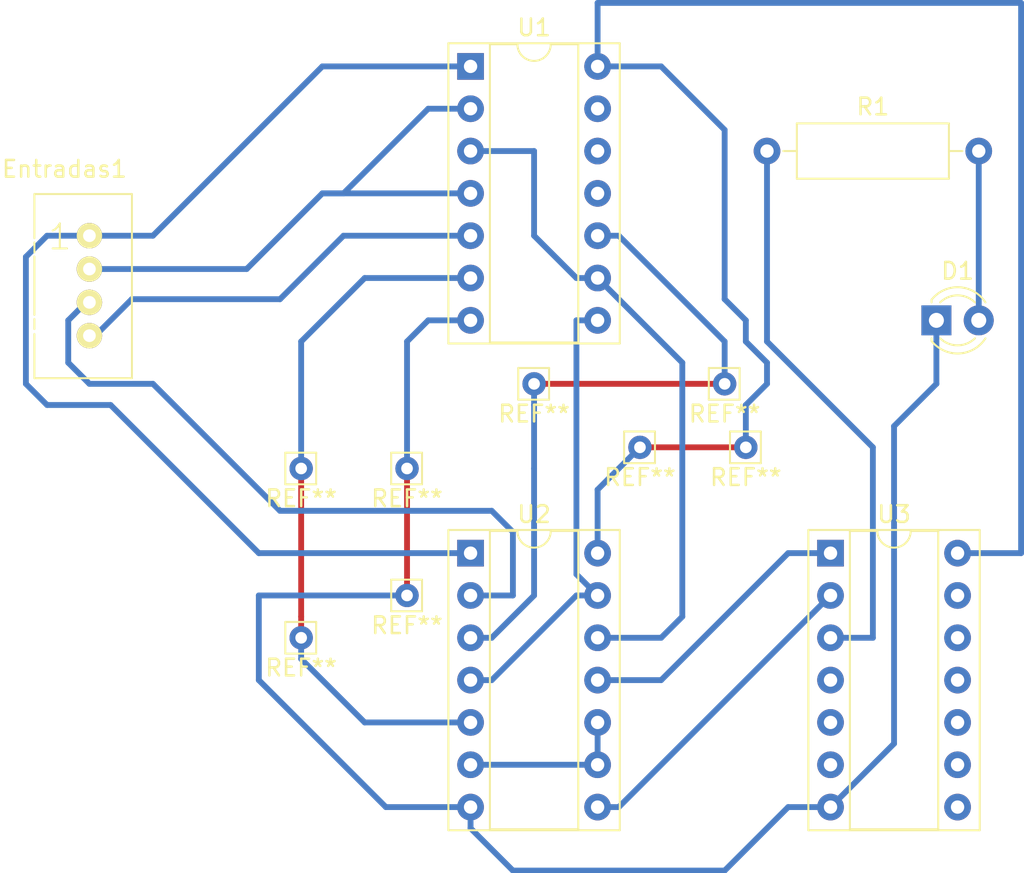
<source format=kicad_pcb>
(kicad_pcb (version 4) (host pcbnew 4.0.7)

  (general
    (links 23)
    (no_connects 4)
    (area 116.481904 105.034999 178.175002 157.855002)
    (thickness 1.6)
    (drawings 0)
    (tracks 107)
    (zones 0)
    (modules 14)
    (nets 16)
  )

  (page A4)
  (layers
    (0 F.Cu signal)
    (31 B.Cu signal)
    (32 B.Adhes user)
    (33 F.Adhes user)
    (34 B.Paste user)
    (35 F.Paste user)
    (36 B.SilkS user)
    (37 F.SilkS user)
    (38 B.Mask user)
    (39 F.Mask user)
    (40 Dwgs.User user)
    (41 Cmts.User user)
    (42 Eco1.User user)
    (43 Eco2.User user)
    (44 Edge.Cuts user)
    (45 Margin user)
    (46 B.CrtYd user)
    (47 F.CrtYd user)
    (48 B.Fab user)
    (49 F.Fab user)
  )

  (setup
    (last_trace_width 0.35)
    (trace_clearance 0.2)
    (zone_clearance 0.508)
    (zone_45_only no)
    (trace_min 0.2)
    (segment_width 0.2)
    (edge_width 0.1)
    (via_size 1)
    (via_drill 0.4)
    (via_min_size 0.4)
    (via_min_drill 0.3)
    (uvia_size 0.3)
    (uvia_drill 0.1)
    (uvias_allowed no)
    (uvia_min_size 0.2)
    (uvia_min_drill 0.1)
    (pcb_text_width 0.3)
    (pcb_text_size 1.5 1.5)
    (mod_edge_width 0.15)
    (mod_text_size 1 1)
    (mod_text_width 0.15)
    (pad_size 1.5 1.5)
    (pad_drill 0.6)
    (pad_to_mask_clearance 0)
    (aux_axis_origin 0 0)
    (visible_elements FFFFFF7F)
    (pcbplotparams
      (layerselection 0x00030_80000001)
      (usegerberextensions false)
      (excludeedgelayer true)
      (linewidth 0.100000)
      (plotframeref false)
      (viasonmask false)
      (mode 1)
      (useauxorigin false)
      (hpglpennumber 1)
      (hpglpenspeed 20)
      (hpglpendiameter 15)
      (hpglpenoverlay 2)
      (psnegative false)
      (psa4output false)
      (plotreference true)
      (plotvalue true)
      (plotinvisibletext false)
      (padsonsilk false)
      (subtractmaskfromsilk false)
      (outputformat 1)
      (mirror false)
      (drillshape 1)
      (scaleselection 1)
      (outputdirectory ""))
  )

  (net 0 "")
  (net 1 GND)
  (net 2 "Net-(D1-Pad2)")
  (net 3 "Net-(Entradas1-Pad1)")
  (net 4 "Net-(Entradas1-Pad2)")
  (net 5 "Net-(Entradas1-Pad3)")
  (net 6 "Net-(Entradas1-Pad4)")
  (net 7 "Net-(R1-Pad1)")
  (net 8 "Net-(U1-Pad8)")
  (net 9 "Net-(U1-Pad3)")
  (net 10 "Net-(U1-Pad10)")
  (net 11 "Net-(U1-Pad6)")
  (net 12 VCC)
  (net 13 "Net-(U2-Pad8)")
  (net 14 "Net-(U2-Pad10)")
  (net 15 "Net-(U2-Pad11)")

  (net_class Default "This is the default net class."
    (clearance 0.2)
    (trace_width 0.35)
    (via_dia 1)
    (via_drill 0.4)
    (uvia_dia 0.3)
    (uvia_drill 0.1)
    (add_net GND)
    (add_net "Net-(D1-Pad2)")
    (add_net "Net-(Entradas1-Pad1)")
    (add_net "Net-(Entradas1-Pad2)")
    (add_net "Net-(Entradas1-Pad3)")
    (add_net "Net-(Entradas1-Pad4)")
    (add_net "Net-(R1-Pad1)")
    (add_net "Net-(U1-Pad10)")
    (add_net "Net-(U1-Pad3)")
    (add_net "Net-(U1-Pad6)")
    (add_net "Net-(U1-Pad8)")
    (add_net "Net-(U2-Pad10)")
    (add_net "Net-(U2-Pad11)")
    (add_net "Net-(U2-Pad8)")
    (add_net VCC)
  )

  (module LEDs:LED_D3.0mm (layer F.Cu) (tedit 587A3A7B) (tstamp 5B132393)
    (at 172.72 124.46)
    (descr "LED, diameter 3.0mm, 2 pins")
    (tags "LED diameter 3.0mm 2 pins")
    (path /5B0DF2B7)
    (fp_text reference D1 (at 1.27 -2.96) (layer F.SilkS)
      (effects (font (size 1 1) (thickness 0.15)))
    )
    (fp_text value LED (at 1.27 2.96) (layer F.Fab)
      (effects (font (size 1 1) (thickness 0.15)))
    )
    (fp_arc (start 1.27 0) (end -0.23 -1.16619) (angle 284.3) (layer F.Fab) (width 0.1))
    (fp_arc (start 1.27 0) (end -0.29 -1.235516) (angle 108.8) (layer F.SilkS) (width 0.12))
    (fp_arc (start 1.27 0) (end -0.29 1.235516) (angle -108.8) (layer F.SilkS) (width 0.12))
    (fp_arc (start 1.27 0) (end 0.229039 -1.08) (angle 87.9) (layer F.SilkS) (width 0.12))
    (fp_arc (start 1.27 0) (end 0.229039 1.08) (angle -87.9) (layer F.SilkS) (width 0.12))
    (fp_circle (center 1.27 0) (end 2.77 0) (layer F.Fab) (width 0.1))
    (fp_line (start -0.23 -1.16619) (end -0.23 1.16619) (layer F.Fab) (width 0.1))
    (fp_line (start -0.29 -1.236) (end -0.29 -1.08) (layer F.SilkS) (width 0.12))
    (fp_line (start -0.29 1.08) (end -0.29 1.236) (layer F.SilkS) (width 0.12))
    (fp_line (start -1.15 -2.25) (end -1.15 2.25) (layer F.CrtYd) (width 0.05))
    (fp_line (start -1.15 2.25) (end 3.7 2.25) (layer F.CrtYd) (width 0.05))
    (fp_line (start 3.7 2.25) (end 3.7 -2.25) (layer F.CrtYd) (width 0.05))
    (fp_line (start 3.7 -2.25) (end -1.15 -2.25) (layer F.CrtYd) (width 0.05))
    (pad 1 thru_hole rect (at 0 0) (size 1.8 1.8) (drill 0.9) (layers *.Cu *.Mask)
      (net 1 GND))
    (pad 2 thru_hole circle (at 2.54 0) (size 1.8 1.8) (drill 0.9) (layers *.Cu *.Mask)
      (net 2 "Net-(D1-Pad2)"))
    (model ${KISYS3DMOD}/LEDs.3dshapes/LED_D3.0mm.wrl
      (at (xyz 0 0 0))
      (scale (xyz 0.393701 0.393701 0.393701))
      (rotate (xyz 0 0 0))
    )
  )

  (module Connectors:Grove_1x04 (layer F.Cu) (tedit 587F9C9D) (tstamp 5B1323AC)
    (at 121.92 119.38)
    (descr https://statics3.seeedstudio.com/images/opl/datasheet/3470130P1.pdf)
    (tags Grove-1x04)
    (path /5B0DF1AF)
    (fp_text reference Entradas1 (at -1.5 -4) (layer F.SilkS)
      (effects (font (size 1 1) (thickness 0.15)))
    )
    (fp_text value Conn_01x04 (at 4.19 2.83 90) (layer F.Fab)
      (effects (font (size 1 1) (thickness 0.15)))
    )
    (fp_line (start -3.45 -2.65) (end -3.45 8.7) (layer F.CrtYd) (width 0.05))
    (fp_line (start -3.45 8.7) (end 2.7 8.7) (layer F.CrtYd) (width 0.05))
    (fp_line (start 2.7 8.7) (end 2.7 -2.65) (layer F.CrtYd) (width 0.05))
    (fp_line (start -3.45 -2.65) (end 2.7 -2.65) (layer F.CrtYd) (width 0.05))
    (fp_line (start -3.3 5) (end -3.3 5.6) (layer F.SilkS) (width 0.12))
    (fp_line (start -3.3 0.4) (end -3.3 1) (layer F.SilkS) (width 0.12))
    (fp_line (start 2.55 -2.5) (end 2.55 8.55) (layer F.SilkS) (width 0.12))
    (fp_line (start -3.3 -2.5) (end 2.55 -2.5) (layer F.SilkS) (width 0.12))
    (fp_line (start -3.3 1.25) (end -3.3 4.75) (layer F.SilkS) (width 0.12))
    (fp_line (start -3.3 8.55) (end 2.55 8.55) (layer F.SilkS) (width 0.12))
    (fp_line (start -3.3 -2.5) (end -3.3 0.15) (layer F.SilkS) (width 0.12))
    (fp_line (start -3.3 5.9) (end -3.3 8.55) (layer F.SilkS) (width 0.12))
    (fp_line (start -2.9 -2.1) (end 2.2 -2.1) (layer F.Fab) (width 0.1))
    (fp_line (start 2.2 -2.1) (end 2.2 8.1) (layer F.Fab) (width 0.1))
    (fp_line (start 2.2 8.1) (end -2.9 8.1) (layer F.Fab) (width 0.1))
    (fp_line (start -2.9 8.1) (end -2.9 -2.1) (layer F.Fab) (width 0.1))
    (fp_text user 1 (at -1.775 0.075) (layer F.SilkS)
      (effects (font (size 1.5 1.5) (thickness 0.12)))
    )
    (pad 1 thru_hole circle (at 0 0) (size 1.524 1.524) (drill 0.762) (layers *.Cu *.Mask F.SilkS)
      (net 3 "Net-(Entradas1-Pad1)"))
    (pad 2 thru_hole circle (at 0 2) (size 1.524 1.524) (drill 0.762) (layers *.Cu *.Mask F.SilkS)
      (net 4 "Net-(Entradas1-Pad2)"))
    (pad 3 thru_hole circle (at 0 4) (size 1.524 1.524) (drill 0.762) (layers *.Cu *.Mask F.SilkS)
      (net 5 "Net-(Entradas1-Pad3)"))
    (pad 4 thru_hole circle (at 0 6) (size 1.524 1.524) (drill 0.762) (layers *.Cu *.Mask F.SilkS)
      (net 6 "Net-(Entradas1-Pad4)"))
    (model ${KISYS3DMOD}/Connectors.3dshapes/Grove_1x04.wrl
      (at (xyz 0 0 0))
      (scale (xyz 0.3937 0.3937 0.3937))
      (rotate (xyz 0 0 -90))
    )
  )

  (module Resistors_THT:R_Axial_DIN0309_L9.0mm_D3.2mm_P12.70mm_Horizontal (layer F.Cu) (tedit 5874F706) (tstamp 5B1323C2)
    (at 162.56 114.3)
    (descr "Resistor, Axial_DIN0309 series, Axial, Horizontal, pin pitch=12.7mm, 0.5W = 1/2W, length*diameter=9*3.2mm^2, http://cdn-reichelt.de/documents/datenblatt/B400/1_4W%23YAG.pdf")
    (tags "Resistor Axial_DIN0309 series Axial Horizontal pin pitch 12.7mm 0.5W = 1/2W length 9mm diameter 3.2mm")
    (path /5B0DF334)
    (fp_text reference R1 (at 6.35 -2.66) (layer F.SilkS)
      (effects (font (size 1 1) (thickness 0.15)))
    )
    (fp_text value R (at 6.35 2.66) (layer F.Fab)
      (effects (font (size 1 1) (thickness 0.15)))
    )
    (fp_line (start 1.85 -1.6) (end 1.85 1.6) (layer F.Fab) (width 0.1))
    (fp_line (start 1.85 1.6) (end 10.85 1.6) (layer F.Fab) (width 0.1))
    (fp_line (start 10.85 1.6) (end 10.85 -1.6) (layer F.Fab) (width 0.1))
    (fp_line (start 10.85 -1.6) (end 1.85 -1.6) (layer F.Fab) (width 0.1))
    (fp_line (start 0 0) (end 1.85 0) (layer F.Fab) (width 0.1))
    (fp_line (start 12.7 0) (end 10.85 0) (layer F.Fab) (width 0.1))
    (fp_line (start 1.79 -1.66) (end 1.79 1.66) (layer F.SilkS) (width 0.12))
    (fp_line (start 1.79 1.66) (end 10.91 1.66) (layer F.SilkS) (width 0.12))
    (fp_line (start 10.91 1.66) (end 10.91 -1.66) (layer F.SilkS) (width 0.12))
    (fp_line (start 10.91 -1.66) (end 1.79 -1.66) (layer F.SilkS) (width 0.12))
    (fp_line (start 0.98 0) (end 1.79 0) (layer F.SilkS) (width 0.12))
    (fp_line (start 11.72 0) (end 10.91 0) (layer F.SilkS) (width 0.12))
    (fp_line (start -1.05 -1.95) (end -1.05 1.95) (layer F.CrtYd) (width 0.05))
    (fp_line (start -1.05 1.95) (end 13.75 1.95) (layer F.CrtYd) (width 0.05))
    (fp_line (start 13.75 1.95) (end 13.75 -1.95) (layer F.CrtYd) (width 0.05))
    (fp_line (start 13.75 -1.95) (end -1.05 -1.95) (layer F.CrtYd) (width 0.05))
    (pad 1 thru_hole circle (at 0 0) (size 1.6 1.6) (drill 0.8) (layers *.Cu *.Mask)
      (net 7 "Net-(R1-Pad1)"))
    (pad 2 thru_hole oval (at 12.7 0) (size 1.6 1.6) (drill 0.8) (layers *.Cu *.Mask)
      (net 2 "Net-(D1-Pad2)"))
    (model ${KISYS3DMOD}/Resistors_THT.3dshapes/R_Axial_DIN0309_L9.0mm_D3.2mm_P12.70mm_Horizontal.wrl
      (at (xyz 0 0 0))
      (scale (xyz 0.393701 0.393701 0.393701))
      (rotate (xyz 0 0 0))
    )
  )

  (module Housings_DIP:DIP-14_W7.62mm_Socket (layer F.Cu) (tedit 59C78D6B) (tstamp 5B1323EC)
    (at 144.78 109.22)
    (descr "14-lead though-hole mounted DIP package, row spacing 7.62 mm (300 mils), Socket")
    (tags "THT DIP DIL PDIP 2.54mm 7.62mm 300mil Socket")
    (path /5B0DB788)
    (fp_text reference U1 (at 3.81 -2.33) (layer F.SilkS)
      (effects (font (size 1 1) (thickness 0.15)))
    )
    (fp_text value 74LS32 (at 3.81 17.57) (layer F.Fab)
      (effects (font (size 1 1) (thickness 0.15)))
    )
    (fp_arc (start 3.81 -1.33) (end 2.81 -1.33) (angle -180) (layer F.SilkS) (width 0.12))
    (fp_line (start 1.635 -1.27) (end 6.985 -1.27) (layer F.Fab) (width 0.1))
    (fp_line (start 6.985 -1.27) (end 6.985 16.51) (layer F.Fab) (width 0.1))
    (fp_line (start 6.985 16.51) (end 0.635 16.51) (layer F.Fab) (width 0.1))
    (fp_line (start 0.635 16.51) (end 0.635 -0.27) (layer F.Fab) (width 0.1))
    (fp_line (start 0.635 -0.27) (end 1.635 -1.27) (layer F.Fab) (width 0.1))
    (fp_line (start -1.27 -1.33) (end -1.27 16.57) (layer F.Fab) (width 0.1))
    (fp_line (start -1.27 16.57) (end 8.89 16.57) (layer F.Fab) (width 0.1))
    (fp_line (start 8.89 16.57) (end 8.89 -1.33) (layer F.Fab) (width 0.1))
    (fp_line (start 8.89 -1.33) (end -1.27 -1.33) (layer F.Fab) (width 0.1))
    (fp_line (start 2.81 -1.33) (end 1.16 -1.33) (layer F.SilkS) (width 0.12))
    (fp_line (start 1.16 -1.33) (end 1.16 16.57) (layer F.SilkS) (width 0.12))
    (fp_line (start 1.16 16.57) (end 6.46 16.57) (layer F.SilkS) (width 0.12))
    (fp_line (start 6.46 16.57) (end 6.46 -1.33) (layer F.SilkS) (width 0.12))
    (fp_line (start 6.46 -1.33) (end 4.81 -1.33) (layer F.SilkS) (width 0.12))
    (fp_line (start -1.33 -1.39) (end -1.33 16.63) (layer F.SilkS) (width 0.12))
    (fp_line (start -1.33 16.63) (end 8.95 16.63) (layer F.SilkS) (width 0.12))
    (fp_line (start 8.95 16.63) (end 8.95 -1.39) (layer F.SilkS) (width 0.12))
    (fp_line (start 8.95 -1.39) (end -1.33 -1.39) (layer F.SilkS) (width 0.12))
    (fp_line (start -1.55 -1.6) (end -1.55 16.85) (layer F.CrtYd) (width 0.05))
    (fp_line (start -1.55 16.85) (end 9.15 16.85) (layer F.CrtYd) (width 0.05))
    (fp_line (start 9.15 16.85) (end 9.15 -1.6) (layer F.CrtYd) (width 0.05))
    (fp_line (start 9.15 -1.6) (end -1.55 -1.6) (layer F.CrtYd) (width 0.05))
    (fp_text user %R (at 3.81 7.62) (layer F.Fab)
      (effects (font (size 1 1) (thickness 0.15)))
    )
    (pad 1 thru_hole rect (at 0 0) (size 1.6 1.6) (drill 0.8) (layers *.Cu *.Mask)
      (net 3 "Net-(Entradas1-Pad1)"))
    (pad 8 thru_hole oval (at 7.62 15.24) (size 1.6 1.6) (drill 0.8) (layers *.Cu *.Mask)
      (net 8 "Net-(U1-Pad8)"))
    (pad 2 thru_hole oval (at 0 2.54) (size 1.6 1.6) (drill 0.8) (layers *.Cu *.Mask)
      (net 4 "Net-(Entradas1-Pad2)"))
    (pad 9 thru_hole oval (at 7.62 12.7) (size 1.6 1.6) (drill 0.8) (layers *.Cu *.Mask)
      (net 9 "Net-(U1-Pad3)"))
    (pad 3 thru_hole oval (at 0 5.08) (size 1.6 1.6) (drill 0.8) (layers *.Cu *.Mask)
      (net 9 "Net-(U1-Pad3)"))
    (pad 10 thru_hole oval (at 7.62 10.16) (size 1.6 1.6) (drill 0.8) (layers *.Cu *.Mask)
      (net 10 "Net-(U1-Pad10)"))
    (pad 4 thru_hole oval (at 0 7.62) (size 1.6 1.6) (drill 0.8) (layers *.Cu *.Mask)
      (net 4 "Net-(Entradas1-Pad2)"))
    (pad 11 thru_hole oval (at 7.62 7.62) (size 1.6 1.6) (drill 0.8) (layers *.Cu *.Mask))
    (pad 5 thru_hole oval (at 0 10.16) (size 1.6 1.6) (drill 0.8) (layers *.Cu *.Mask)
      (net 6 "Net-(Entradas1-Pad4)"))
    (pad 12 thru_hole oval (at 7.62 5.08) (size 1.6 1.6) (drill 0.8) (layers *.Cu *.Mask))
    (pad 6 thru_hole oval (at 0 12.7) (size 1.6 1.6) (drill 0.8) (layers *.Cu *.Mask)
      (net 11 "Net-(U1-Pad6)"))
    (pad 13 thru_hole oval (at 7.62 2.54) (size 1.6 1.6) (drill 0.8) (layers *.Cu *.Mask))
    (pad 7 thru_hole oval (at 0 15.24) (size 1.6 1.6) (drill 0.8) (layers *.Cu *.Mask)
      (net 1 GND))
    (pad 14 thru_hole oval (at 7.62 0) (size 1.6 1.6) (drill 0.8) (layers *.Cu *.Mask)
      (net 12 VCC))
    (model ${KISYS3DMOD}/Housings_DIP.3dshapes/DIP-14_W7.62mm_Socket.wrl
      (at (xyz 0 0 0))
      (scale (xyz 1 1 1))
      (rotate (xyz 0 0 0))
    )
  )

  (module Housings_DIP:DIP-14_W7.62mm_Socket (layer F.Cu) (tedit 59C78D6B) (tstamp 5B132416)
    (at 144.78 138.43)
    (descr "14-lead though-hole mounted DIP package, row spacing 7.62 mm (300 mils), Socket")
    (tags "THT DIP DIL PDIP 2.54mm 7.62mm 300mil Socket")
    (path /5B0DB2F1)
    (fp_text reference U2 (at 3.81 -2.33) (layer F.SilkS)
      (effects (font (size 1 1) (thickness 0.15)))
    )
    (fp_text value 7400 (at 3.81 17.57) (layer F.Fab)
      (effects (font (size 1 1) (thickness 0.15)))
    )
    (fp_arc (start 3.81 -1.33) (end 2.81 -1.33) (angle -180) (layer F.SilkS) (width 0.12))
    (fp_line (start 1.635 -1.27) (end 6.985 -1.27) (layer F.Fab) (width 0.1))
    (fp_line (start 6.985 -1.27) (end 6.985 16.51) (layer F.Fab) (width 0.1))
    (fp_line (start 6.985 16.51) (end 0.635 16.51) (layer F.Fab) (width 0.1))
    (fp_line (start 0.635 16.51) (end 0.635 -0.27) (layer F.Fab) (width 0.1))
    (fp_line (start 0.635 -0.27) (end 1.635 -1.27) (layer F.Fab) (width 0.1))
    (fp_line (start -1.27 -1.33) (end -1.27 16.57) (layer F.Fab) (width 0.1))
    (fp_line (start -1.27 16.57) (end 8.89 16.57) (layer F.Fab) (width 0.1))
    (fp_line (start 8.89 16.57) (end 8.89 -1.33) (layer F.Fab) (width 0.1))
    (fp_line (start 8.89 -1.33) (end -1.27 -1.33) (layer F.Fab) (width 0.1))
    (fp_line (start 2.81 -1.33) (end 1.16 -1.33) (layer F.SilkS) (width 0.12))
    (fp_line (start 1.16 -1.33) (end 1.16 16.57) (layer F.SilkS) (width 0.12))
    (fp_line (start 1.16 16.57) (end 6.46 16.57) (layer F.SilkS) (width 0.12))
    (fp_line (start 6.46 16.57) (end 6.46 -1.33) (layer F.SilkS) (width 0.12))
    (fp_line (start 6.46 -1.33) (end 4.81 -1.33) (layer F.SilkS) (width 0.12))
    (fp_line (start -1.33 -1.39) (end -1.33 16.63) (layer F.SilkS) (width 0.12))
    (fp_line (start -1.33 16.63) (end 8.95 16.63) (layer F.SilkS) (width 0.12))
    (fp_line (start 8.95 16.63) (end 8.95 -1.39) (layer F.SilkS) (width 0.12))
    (fp_line (start 8.95 -1.39) (end -1.33 -1.39) (layer F.SilkS) (width 0.12))
    (fp_line (start -1.55 -1.6) (end -1.55 16.85) (layer F.CrtYd) (width 0.05))
    (fp_line (start -1.55 16.85) (end 9.15 16.85) (layer F.CrtYd) (width 0.05))
    (fp_line (start 9.15 16.85) (end 9.15 -1.6) (layer F.CrtYd) (width 0.05))
    (fp_line (start 9.15 -1.6) (end -1.55 -1.6) (layer F.CrtYd) (width 0.05))
    (fp_text user %R (at 3.81 7.62) (layer F.Fab)
      (effects (font (size 1 1) (thickness 0.15)))
    )
    (pad 1 thru_hole rect (at 0 0) (size 1.6 1.6) (drill 0.8) (layers *.Cu *.Mask)
      (net 3 "Net-(Entradas1-Pad1)"))
    (pad 8 thru_hole oval (at 7.62 15.24) (size 1.6 1.6) (drill 0.8) (layers *.Cu *.Mask)
      (net 13 "Net-(U2-Pad8)"))
    (pad 2 thru_hole oval (at 0 2.54) (size 1.6 1.6) (drill 0.8) (layers *.Cu *.Mask)
      (net 5 "Net-(Entradas1-Pad3)"))
    (pad 9 thru_hole oval (at 7.62 12.7) (size 1.6 1.6) (drill 0.8) (layers *.Cu *.Mask)
      (net 14 "Net-(U2-Pad10)"))
    (pad 3 thru_hole oval (at 0 5.08) (size 1.6 1.6) (drill 0.8) (layers *.Cu *.Mask)
      (net 10 "Net-(U1-Pad10)"))
    (pad 10 thru_hole oval (at 7.62 10.16) (size 1.6 1.6) (drill 0.8) (layers *.Cu *.Mask)
      (net 14 "Net-(U2-Pad10)"))
    (pad 4 thru_hole oval (at 0 7.62) (size 1.6 1.6) (drill 0.8) (layers *.Cu *.Mask)
      (net 8 "Net-(U1-Pad8)"))
    (pad 11 thru_hole oval (at 7.62 7.62) (size 1.6 1.6) (drill 0.8) (layers *.Cu *.Mask)
      (net 15 "Net-(U2-Pad11)"))
    (pad 5 thru_hole oval (at 0 10.16) (size 1.6 1.6) (drill 0.8) (layers *.Cu *.Mask)
      (net 11 "Net-(U1-Pad6)"))
    (pad 12 thru_hole oval (at 7.62 5.08) (size 1.6 1.6) (drill 0.8) (layers *.Cu *.Mask)
      (net 9 "Net-(U1-Pad3)"))
    (pad 6 thru_hole oval (at 0 12.7) (size 1.6 1.6) (drill 0.8) (layers *.Cu *.Mask)
      (net 14 "Net-(U2-Pad10)"))
    (pad 13 thru_hole oval (at 7.62 2.54) (size 1.6 1.6) (drill 0.8) (layers *.Cu *.Mask)
      (net 8 "Net-(U1-Pad8)"))
    (pad 7 thru_hole oval (at 0 15.24) (size 1.6 1.6) (drill 0.8) (layers *.Cu *.Mask)
      (net 1 GND))
    (pad 14 thru_hole oval (at 7.62 0) (size 1.6 1.6) (drill 0.8) (layers *.Cu *.Mask)
      (net 12 VCC))
    (model ${KISYS3DMOD}/Housings_DIP.3dshapes/DIP-14_W7.62mm_Socket.wrl
      (at (xyz 0 0 0))
      (scale (xyz 1 1 1))
      (rotate (xyz 0 0 0))
    )
  )

  (module Housings_DIP:DIP-14_W7.62mm_Socket (layer F.Cu) (tedit 59C78D6B) (tstamp 5B132440)
    (at 166.37 138.43)
    (descr "14-lead though-hole mounted DIP package, row spacing 7.62 mm (300 mils), Socket")
    (tags "THT DIP DIL PDIP 2.54mm 7.62mm 300mil Socket")
    (path /5B0DB8C7)
    (fp_text reference U3 (at 3.81 -2.33) (layer F.SilkS)
      (effects (font (size 1 1) (thickness 0.15)))
    )
    (fp_text value 74LS386 (at 3.81 17.57) (layer F.Fab)
      (effects (font (size 1 1) (thickness 0.15)))
    )
    (fp_arc (start 3.81 -1.33) (end 2.81 -1.33) (angle -180) (layer F.SilkS) (width 0.12))
    (fp_line (start 1.635 -1.27) (end 6.985 -1.27) (layer F.Fab) (width 0.1))
    (fp_line (start 6.985 -1.27) (end 6.985 16.51) (layer F.Fab) (width 0.1))
    (fp_line (start 6.985 16.51) (end 0.635 16.51) (layer F.Fab) (width 0.1))
    (fp_line (start 0.635 16.51) (end 0.635 -0.27) (layer F.Fab) (width 0.1))
    (fp_line (start 0.635 -0.27) (end 1.635 -1.27) (layer F.Fab) (width 0.1))
    (fp_line (start -1.27 -1.33) (end -1.27 16.57) (layer F.Fab) (width 0.1))
    (fp_line (start -1.27 16.57) (end 8.89 16.57) (layer F.Fab) (width 0.1))
    (fp_line (start 8.89 16.57) (end 8.89 -1.33) (layer F.Fab) (width 0.1))
    (fp_line (start 8.89 -1.33) (end -1.27 -1.33) (layer F.Fab) (width 0.1))
    (fp_line (start 2.81 -1.33) (end 1.16 -1.33) (layer F.SilkS) (width 0.12))
    (fp_line (start 1.16 -1.33) (end 1.16 16.57) (layer F.SilkS) (width 0.12))
    (fp_line (start 1.16 16.57) (end 6.46 16.57) (layer F.SilkS) (width 0.12))
    (fp_line (start 6.46 16.57) (end 6.46 -1.33) (layer F.SilkS) (width 0.12))
    (fp_line (start 6.46 -1.33) (end 4.81 -1.33) (layer F.SilkS) (width 0.12))
    (fp_line (start -1.33 -1.39) (end -1.33 16.63) (layer F.SilkS) (width 0.12))
    (fp_line (start -1.33 16.63) (end 8.95 16.63) (layer F.SilkS) (width 0.12))
    (fp_line (start 8.95 16.63) (end 8.95 -1.39) (layer F.SilkS) (width 0.12))
    (fp_line (start 8.95 -1.39) (end -1.33 -1.39) (layer F.SilkS) (width 0.12))
    (fp_line (start -1.55 -1.6) (end -1.55 16.85) (layer F.CrtYd) (width 0.05))
    (fp_line (start -1.55 16.85) (end 9.15 16.85) (layer F.CrtYd) (width 0.05))
    (fp_line (start 9.15 16.85) (end 9.15 -1.6) (layer F.CrtYd) (width 0.05))
    (fp_line (start 9.15 -1.6) (end -1.55 -1.6) (layer F.CrtYd) (width 0.05))
    (fp_text user %R (at 3.81 7.62) (layer F.Fab)
      (effects (font (size 1 1) (thickness 0.15)))
    )
    (pad 1 thru_hole rect (at 0 0) (size 1.6 1.6) (drill 0.8) (layers *.Cu *.Mask)
      (net 15 "Net-(U2-Pad11)"))
    (pad 8 thru_hole oval (at 7.62 15.24) (size 1.6 1.6) (drill 0.8) (layers *.Cu *.Mask))
    (pad 2 thru_hole oval (at 0 2.54) (size 1.6 1.6) (drill 0.8) (layers *.Cu *.Mask)
      (net 13 "Net-(U2-Pad8)"))
    (pad 9 thru_hole oval (at 7.62 12.7) (size 1.6 1.6) (drill 0.8) (layers *.Cu *.Mask))
    (pad 3 thru_hole oval (at 0 5.08) (size 1.6 1.6) (drill 0.8) (layers *.Cu *.Mask)
      (net 7 "Net-(R1-Pad1)"))
    (pad 10 thru_hole oval (at 7.62 10.16) (size 1.6 1.6) (drill 0.8) (layers *.Cu *.Mask))
    (pad 4 thru_hole oval (at 0 7.62) (size 1.6 1.6) (drill 0.8) (layers *.Cu *.Mask))
    (pad 11 thru_hole oval (at 7.62 7.62) (size 1.6 1.6) (drill 0.8) (layers *.Cu *.Mask))
    (pad 5 thru_hole oval (at 0 10.16) (size 1.6 1.6) (drill 0.8) (layers *.Cu *.Mask))
    (pad 12 thru_hole oval (at 7.62 5.08) (size 1.6 1.6) (drill 0.8) (layers *.Cu *.Mask))
    (pad 6 thru_hole oval (at 0 12.7) (size 1.6 1.6) (drill 0.8) (layers *.Cu *.Mask))
    (pad 13 thru_hole oval (at 7.62 2.54) (size 1.6 1.6) (drill 0.8) (layers *.Cu *.Mask))
    (pad 7 thru_hole oval (at 0 15.24) (size 1.6 1.6) (drill 0.8) (layers *.Cu *.Mask)
      (net 1 GND))
    (pad 14 thru_hole oval (at 7.62 0) (size 1.6 1.6) (drill 0.8) (layers *.Cu *.Mask)
      (net 12 VCC))
    (model ${KISYS3DMOD}/Housings_DIP.3dshapes/DIP-14_W7.62mm_Socket.wrl
      (at (xyz 0 0 0))
      (scale (xyz 1 1 1))
      (rotate (xyz 0 0 0))
    )
  )

  (module Connectors:Pin_d0.7mm_L6.5mm_W1.8mm_FlatFork (layer F.Cu) (tedit 5B132D2E) (tstamp 5B132D0C)
    (at 134.62 143.51)
    (descr "solder Pin_ with flat fork, hole diameter 0.7mm, length 6.5mm, width 1.8mm")
    (tags "solder Pin_ with flat fork")
    (fp_text reference REF** (at 0 1.8) (layer F.SilkS)
      (effects (font (size 1 1) (thickness 0.15)))
    )
    (fp_text value a (at 0 -1.8) (layer F.Fab)
      (effects (font (size 1 1) (thickness 0.15)))
    )
    (fp_text user %R (at 0 1.8) (layer F.Fab)
      (effects (font (size 1 1) (thickness 0.15)))
    )
    (fp_line (start -0.95 -0.95) (end -0.95 0.95) (layer F.SilkS) (width 0.12))
    (fp_line (start -0.95 0.95) (end 0.9 0.95) (layer F.SilkS) (width 0.12))
    (fp_line (start 0.9 0.95) (end 0.9 -0.9) (layer F.SilkS) (width 0.12))
    (fp_line (start 0.9 -0.9) (end 0.9 -0.95) (layer F.SilkS) (width 0.12))
    (fp_line (start 0.9 -0.95) (end -0.95 -0.95) (layer F.SilkS) (width 0.12))
    (fp_line (start -0.9 -0.25) (end 0.85 -0.25) (layer F.Fab) (width 0.12))
    (fp_line (start 0.85 -0.25) (end 0.85 0.25) (layer F.Fab) (width 0.12))
    (fp_line (start 0.85 0.25) (end -0.9 0.25) (layer F.Fab) (width 0.12))
    (fp_line (start -0.9 0.25) (end -0.9 -0.25) (layer F.Fab) (width 0.12))
    (fp_line (start -1.4 -1.2) (end 1.35 -1.2) (layer F.CrtYd) (width 0.05))
    (fp_line (start -1.4 -1.2) (end -1.4 1.2) (layer F.CrtYd) (width 0.05))
    (fp_line (start 1.35 1.2) (end 1.35 -1.2) (layer F.CrtYd) (width 0.05))
    (fp_line (start 1.35 1.2) (end -1.4 1.2) (layer F.CrtYd) (width 0.05))
    (pad 1 thru_hole circle (at 0 0) (size 1.4 1.4) (drill 0.7) (layers *.Cu *.Mask))
    (model ${KISYS3DMOD}/Connectors.3dshapes/Pin_d0.7mm_L6.5mm_W1.8mm_FlatFork.wrl
      (at (xyz 0 0 0))
      (scale (xyz 1 1 1))
      (rotate (xyz 0 0 0))
    )
  )

  (module Connectors:Pin_d0.7mm_L6.5mm_W1.8mm_FlatFork (layer F.Cu) (tedit 5B132D43) (tstamp 5B132D5E)
    (at 134.62 133.35)
    (descr "solder Pin_ with flat fork, hole diameter 0.7mm, length 6.5mm, width 1.8mm")
    (tags "solder Pin_ with flat fork")
    (fp_text reference REF** (at 0 1.8) (layer F.SilkS)
      (effects (font (size 1 1) (thickness 0.15)))
    )
    (fp_text value b (at 0 -1.8) (layer F.Fab)
      (effects (font (size 1 1) (thickness 0.15)))
    )
    (fp_text user %R (at 0 1.8) (layer F.Fab)
      (effects (font (size 1 1) (thickness 0.15)))
    )
    (fp_line (start -0.95 -0.95) (end -0.95 0.95) (layer F.SilkS) (width 0.12))
    (fp_line (start -0.95 0.95) (end 0.9 0.95) (layer F.SilkS) (width 0.12))
    (fp_line (start 0.9 0.95) (end 0.9 -0.9) (layer F.SilkS) (width 0.12))
    (fp_line (start 0.9 -0.9) (end 0.9 -0.95) (layer F.SilkS) (width 0.12))
    (fp_line (start 0.9 -0.95) (end -0.95 -0.95) (layer F.SilkS) (width 0.12))
    (fp_line (start -0.9 -0.25) (end 0.85 -0.25) (layer F.Fab) (width 0.12))
    (fp_line (start 0.85 -0.25) (end 0.85 0.25) (layer F.Fab) (width 0.12))
    (fp_line (start 0.85 0.25) (end -0.9 0.25) (layer F.Fab) (width 0.12))
    (fp_line (start -0.9 0.25) (end -0.9 -0.25) (layer F.Fab) (width 0.12))
    (fp_line (start -1.4 -1.2) (end 1.35 -1.2) (layer F.CrtYd) (width 0.05))
    (fp_line (start -1.4 -1.2) (end -1.4 1.2) (layer F.CrtYd) (width 0.05))
    (fp_line (start 1.35 1.2) (end 1.35 -1.2) (layer F.CrtYd) (width 0.05))
    (fp_line (start 1.35 1.2) (end -1.4 1.2) (layer F.CrtYd) (width 0.05))
    (pad 1 thru_hole circle (at 0 0) (size 1.4 1.4) (drill 0.7) (layers *.Cu *.Mask))
    (model ${KISYS3DMOD}/Connectors.3dshapes/Pin_d0.7mm_L6.5mm_W1.8mm_FlatFork.wrl
      (at (xyz 0 0 0))
      (scale (xyz 1 1 1))
      (rotate (xyz 0 0 0))
    )
  )

  (module Connectors:Pin_d0.7mm_L6.5mm_W1.8mm_FlatFork (layer F.Cu) (tedit 5B132D5C) (tstamp 5B132D95)
    (at 140.97 133.35)
    (descr "solder Pin_ with flat fork, hole diameter 0.7mm, length 6.5mm, width 1.8mm")
    (tags "solder Pin_ with flat fork")
    (fp_text reference REF** (at 0 1.8) (layer F.SilkS)
      (effects (font (size 1 1) (thickness 0.15)))
    )
    (fp_text value c (at 0 -1.8) (layer F.Fab)
      (effects (font (size 1 1) (thickness 0.15)))
    )
    (fp_text user %R (at 0 1.8) (layer F.Fab)
      (effects (font (size 1 1) (thickness 0.15)))
    )
    (fp_line (start -0.95 -0.95) (end -0.95 0.95) (layer F.SilkS) (width 0.12))
    (fp_line (start -0.95 0.95) (end 0.9 0.95) (layer F.SilkS) (width 0.12))
    (fp_line (start 0.9 0.95) (end 0.9 -0.9) (layer F.SilkS) (width 0.12))
    (fp_line (start 0.9 -0.9) (end 0.9 -0.95) (layer F.SilkS) (width 0.12))
    (fp_line (start 0.9 -0.95) (end -0.95 -0.95) (layer F.SilkS) (width 0.12))
    (fp_line (start -0.9 -0.25) (end 0.85 -0.25) (layer F.Fab) (width 0.12))
    (fp_line (start 0.85 -0.25) (end 0.85 0.25) (layer F.Fab) (width 0.12))
    (fp_line (start 0.85 0.25) (end -0.9 0.25) (layer F.Fab) (width 0.12))
    (fp_line (start -0.9 0.25) (end -0.9 -0.25) (layer F.Fab) (width 0.12))
    (fp_line (start -1.4 -1.2) (end 1.35 -1.2) (layer F.CrtYd) (width 0.05))
    (fp_line (start -1.4 -1.2) (end -1.4 1.2) (layer F.CrtYd) (width 0.05))
    (fp_line (start 1.35 1.2) (end 1.35 -1.2) (layer F.CrtYd) (width 0.05))
    (fp_line (start 1.35 1.2) (end -1.4 1.2) (layer F.CrtYd) (width 0.05))
    (pad 1 thru_hole circle (at 0 0) (size 1.4 1.4) (drill 0.7) (layers *.Cu *.Mask))
    (model ${KISYS3DMOD}/Connectors.3dshapes/Pin_d0.7mm_L6.5mm_W1.8mm_FlatFork.wrl
      (at (xyz 0 0 0))
      (scale (xyz 1 1 1))
      (rotate (xyz 0 0 0))
    )
  )

  (module Connectors:Pin_d0.7mm_L6.5mm_W1.8mm_FlatFork (layer F.Cu) (tedit 5B132D69) (tstamp 5B132DCD)
    (at 140.97 140.97)
    (descr "solder Pin_ with flat fork, hole diameter 0.7mm, length 6.5mm, width 1.8mm")
    (tags "solder Pin_ with flat fork")
    (fp_text reference REF** (at 0 1.8) (layer F.SilkS)
      (effects (font (size 1 1) (thickness 0.15)))
    )
    (fp_text value d (at 0 -1.8) (layer F.Fab)
      (effects (font (size 1 1) (thickness 0.15)))
    )
    (fp_text user %R (at 0 1.8) (layer F.Fab)
      (effects (font (size 1 1) (thickness 0.15)))
    )
    (fp_line (start -0.95 -0.95) (end -0.95 0.95) (layer F.SilkS) (width 0.12))
    (fp_line (start -0.95 0.95) (end 0.9 0.95) (layer F.SilkS) (width 0.12))
    (fp_line (start 0.9 0.95) (end 0.9 -0.9) (layer F.SilkS) (width 0.12))
    (fp_line (start 0.9 -0.9) (end 0.9 -0.95) (layer F.SilkS) (width 0.12))
    (fp_line (start 0.9 -0.95) (end -0.95 -0.95) (layer F.SilkS) (width 0.12))
    (fp_line (start -0.9 -0.25) (end 0.85 -0.25) (layer F.Fab) (width 0.12))
    (fp_line (start 0.85 -0.25) (end 0.85 0.25) (layer F.Fab) (width 0.12))
    (fp_line (start 0.85 0.25) (end -0.9 0.25) (layer F.Fab) (width 0.12))
    (fp_line (start -0.9 0.25) (end -0.9 -0.25) (layer F.Fab) (width 0.12))
    (fp_line (start -1.4 -1.2) (end 1.35 -1.2) (layer F.CrtYd) (width 0.05))
    (fp_line (start -1.4 -1.2) (end -1.4 1.2) (layer F.CrtYd) (width 0.05))
    (fp_line (start 1.35 1.2) (end 1.35 -1.2) (layer F.CrtYd) (width 0.05))
    (fp_line (start 1.35 1.2) (end -1.4 1.2) (layer F.CrtYd) (width 0.05))
    (pad 1 thru_hole circle (at 0 0) (size 1.4 1.4) (drill 0.7) (layers *.Cu *.Mask))
    (model ${KISYS3DMOD}/Connectors.3dshapes/Pin_d0.7mm_L6.5mm_W1.8mm_FlatFork.wrl
      (at (xyz 0 0 0))
      (scale (xyz 1 1 1))
      (rotate (xyz 0 0 0))
    )
  )

  (module Connectors:Pin_d0.7mm_L6.5mm_W1.8mm_FlatFork (layer F.Cu) (tedit 5B132D7F) (tstamp 5B132E05)
    (at 148.59 128.27)
    (descr "solder Pin_ with flat fork, hole diameter 0.7mm, length 6.5mm, width 1.8mm")
    (tags "solder Pin_ with flat fork")
    (fp_text reference REF** (at 0 1.8) (layer F.SilkS)
      (effects (font (size 1 1) (thickness 0.15)))
    )
    (fp_text value e (at 0 -1.8) (layer F.Fab)
      (effects (font (size 1 1) (thickness 0.15)))
    )
    (fp_text user %R (at 0 1.8) (layer F.Fab)
      (effects (font (size 1 1) (thickness 0.15)))
    )
    (fp_line (start -0.95 -0.95) (end -0.95 0.95) (layer F.SilkS) (width 0.12))
    (fp_line (start -0.95 0.95) (end 0.9 0.95) (layer F.SilkS) (width 0.12))
    (fp_line (start 0.9 0.95) (end 0.9 -0.9) (layer F.SilkS) (width 0.12))
    (fp_line (start 0.9 -0.9) (end 0.9 -0.95) (layer F.SilkS) (width 0.12))
    (fp_line (start 0.9 -0.95) (end -0.95 -0.95) (layer F.SilkS) (width 0.12))
    (fp_line (start -0.9 -0.25) (end 0.85 -0.25) (layer F.Fab) (width 0.12))
    (fp_line (start 0.85 -0.25) (end 0.85 0.25) (layer F.Fab) (width 0.12))
    (fp_line (start 0.85 0.25) (end -0.9 0.25) (layer F.Fab) (width 0.12))
    (fp_line (start -0.9 0.25) (end -0.9 -0.25) (layer F.Fab) (width 0.12))
    (fp_line (start -1.4 -1.2) (end 1.35 -1.2) (layer F.CrtYd) (width 0.05))
    (fp_line (start -1.4 -1.2) (end -1.4 1.2) (layer F.CrtYd) (width 0.05))
    (fp_line (start 1.35 1.2) (end 1.35 -1.2) (layer F.CrtYd) (width 0.05))
    (fp_line (start 1.35 1.2) (end -1.4 1.2) (layer F.CrtYd) (width 0.05))
    (pad 1 thru_hole circle (at 0 0) (size 1.4 1.4) (drill 0.7) (layers *.Cu *.Mask))
    (model ${KISYS3DMOD}/Connectors.3dshapes/Pin_d0.7mm_L6.5mm_W1.8mm_FlatFork.wrl
      (at (xyz 0 0 0))
      (scale (xyz 1 1 1))
      (rotate (xyz 0 0 0))
    )
  )

  (module Connectors:Pin_d0.7mm_L6.5mm_W1.8mm_FlatFork (layer F.Cu) (tedit 5B132D8C) (tstamp 5B132E3D)
    (at 160.02 128.27)
    (descr "solder Pin_ with flat fork, hole diameter 0.7mm, length 6.5mm, width 1.8mm")
    (tags "solder Pin_ with flat fork")
    (fp_text reference REF** (at 0 1.8) (layer F.SilkS)
      (effects (font (size 1 1) (thickness 0.15)))
    )
    (fp_text value f (at 0 -1.8) (layer F.Fab)
      (effects (font (size 1 1) (thickness 0.15)))
    )
    (fp_text user %R (at 0 1.8) (layer F.Fab)
      (effects (font (size 1 1) (thickness 0.15)))
    )
    (fp_line (start -0.95 -0.95) (end -0.95 0.95) (layer F.SilkS) (width 0.12))
    (fp_line (start -0.95 0.95) (end 0.9 0.95) (layer F.SilkS) (width 0.12))
    (fp_line (start 0.9 0.95) (end 0.9 -0.9) (layer F.SilkS) (width 0.12))
    (fp_line (start 0.9 -0.9) (end 0.9 -0.95) (layer F.SilkS) (width 0.12))
    (fp_line (start 0.9 -0.95) (end -0.95 -0.95) (layer F.SilkS) (width 0.12))
    (fp_line (start -0.9 -0.25) (end 0.85 -0.25) (layer F.Fab) (width 0.12))
    (fp_line (start 0.85 -0.25) (end 0.85 0.25) (layer F.Fab) (width 0.12))
    (fp_line (start 0.85 0.25) (end -0.9 0.25) (layer F.Fab) (width 0.12))
    (fp_line (start -0.9 0.25) (end -0.9 -0.25) (layer F.Fab) (width 0.12))
    (fp_line (start -1.4 -1.2) (end 1.35 -1.2) (layer F.CrtYd) (width 0.05))
    (fp_line (start -1.4 -1.2) (end -1.4 1.2) (layer F.CrtYd) (width 0.05))
    (fp_line (start 1.35 1.2) (end 1.35 -1.2) (layer F.CrtYd) (width 0.05))
    (fp_line (start 1.35 1.2) (end -1.4 1.2) (layer F.CrtYd) (width 0.05))
    (pad 1 thru_hole circle (at 0 0) (size 1.4 1.4) (drill 0.7) (layers *.Cu *.Mask))
    (model ${KISYS3DMOD}/Connectors.3dshapes/Pin_d0.7mm_L6.5mm_W1.8mm_FlatFork.wrl
      (at (xyz 0 0 0))
      (scale (xyz 1 1 1))
      (rotate (xyz 0 0 0))
    )
  )

  (module Connectors:Pin_d0.7mm_L6.5mm_W1.8mm_FlatFork (layer F.Cu) (tedit 5B132D99) (tstamp 5B132E75)
    (at 154.94 132.08)
    (descr "solder Pin_ with flat fork, hole diameter 0.7mm, length 6.5mm, width 1.8mm")
    (tags "solder Pin_ with flat fork")
    (fp_text reference REF** (at 0 1.8) (layer F.SilkS)
      (effects (font (size 1 1) (thickness 0.15)))
    )
    (fp_text value g (at 0 -1.8) (layer F.Fab)
      (effects (font (size 1 1) (thickness 0.15)))
    )
    (fp_text user %R (at 0 1.8) (layer F.Fab)
      (effects (font (size 1 1) (thickness 0.15)))
    )
    (fp_line (start -0.95 -0.95) (end -0.95 0.95) (layer F.SilkS) (width 0.12))
    (fp_line (start -0.95 0.95) (end 0.9 0.95) (layer F.SilkS) (width 0.12))
    (fp_line (start 0.9 0.95) (end 0.9 -0.9) (layer F.SilkS) (width 0.12))
    (fp_line (start 0.9 -0.9) (end 0.9 -0.95) (layer F.SilkS) (width 0.12))
    (fp_line (start 0.9 -0.95) (end -0.95 -0.95) (layer F.SilkS) (width 0.12))
    (fp_line (start -0.9 -0.25) (end 0.85 -0.25) (layer F.Fab) (width 0.12))
    (fp_line (start 0.85 -0.25) (end 0.85 0.25) (layer F.Fab) (width 0.12))
    (fp_line (start 0.85 0.25) (end -0.9 0.25) (layer F.Fab) (width 0.12))
    (fp_line (start -0.9 0.25) (end -0.9 -0.25) (layer F.Fab) (width 0.12))
    (fp_line (start -1.4 -1.2) (end 1.35 -1.2) (layer F.CrtYd) (width 0.05))
    (fp_line (start -1.4 -1.2) (end -1.4 1.2) (layer F.CrtYd) (width 0.05))
    (fp_line (start 1.35 1.2) (end 1.35 -1.2) (layer F.CrtYd) (width 0.05))
    (fp_line (start 1.35 1.2) (end -1.4 1.2) (layer F.CrtYd) (width 0.05))
    (pad 1 thru_hole circle (at 0 0) (size 1.4 1.4) (drill 0.7) (layers *.Cu *.Mask))
    (model ${KISYS3DMOD}/Connectors.3dshapes/Pin_d0.7mm_L6.5mm_W1.8mm_FlatFork.wrl
      (at (xyz 0 0 0))
      (scale (xyz 1 1 1))
      (rotate (xyz 0 0 0))
    )
  )

  (module Connectors:Pin_d0.7mm_L6.5mm_W1.8mm_FlatFork (layer F.Cu) (tedit 5B132DAE) (tstamp 5B132EAD)
    (at 161.29 132.08)
    (descr "solder Pin_ with flat fork, hole diameter 0.7mm, length 6.5mm, width 1.8mm")
    (tags "solder Pin_ with flat fork")
    (fp_text reference REF** (at 0 1.8) (layer F.SilkS)
      (effects (font (size 1 1) (thickness 0.15)))
    )
    (fp_text value h (at 0 -1.8) (layer F.Fab)
      (effects (font (size 1 1) (thickness 0.15)))
    )
    (fp_text user %R (at 0 1.8) (layer F.Fab)
      (effects (font (size 1 1) (thickness 0.15)))
    )
    (fp_line (start -0.95 -0.95) (end -0.95 0.95) (layer F.SilkS) (width 0.12))
    (fp_line (start -0.95 0.95) (end 0.9 0.95) (layer F.SilkS) (width 0.12))
    (fp_line (start 0.9 0.95) (end 0.9 -0.9) (layer F.SilkS) (width 0.12))
    (fp_line (start 0.9 -0.9) (end 0.9 -0.95) (layer F.SilkS) (width 0.12))
    (fp_line (start 0.9 -0.95) (end -0.95 -0.95) (layer F.SilkS) (width 0.12))
    (fp_line (start -0.9 -0.25) (end 0.85 -0.25) (layer F.Fab) (width 0.12))
    (fp_line (start 0.85 -0.25) (end 0.85 0.25) (layer F.Fab) (width 0.12))
    (fp_line (start 0.85 0.25) (end -0.9 0.25) (layer F.Fab) (width 0.12))
    (fp_line (start -0.9 0.25) (end -0.9 -0.25) (layer F.Fab) (width 0.12))
    (fp_line (start -1.4 -1.2) (end 1.35 -1.2) (layer F.CrtYd) (width 0.05))
    (fp_line (start -1.4 -1.2) (end -1.4 1.2) (layer F.CrtYd) (width 0.05))
    (fp_line (start 1.35 1.2) (end 1.35 -1.2) (layer F.CrtYd) (width 0.05))
    (fp_line (start 1.35 1.2) (end -1.4 1.2) (layer F.CrtYd) (width 0.05))
    (pad 1 thru_hole circle (at 0 0) (size 1.4 1.4) (drill 0.7) (layers *.Cu *.Mask))
    (model ${KISYS3DMOD}/Connectors.3dshapes/Pin_d0.7mm_L6.5mm_W1.8mm_FlatFork.wrl
      (at (xyz 0 0 0))
      (scale (xyz 1 1 1))
      (rotate (xyz 0 0 0))
    )
  )

  (segment (start 134.62 143.51) (end 134.62 142.24) (width 0.35) (layer F.Cu) (net 0))
  (segment (start 134.62 142.24) (end 134.62 133.35) (width 0.35) (layer F.Cu) (net 0))
  (segment (start 148.59 128.27) (end 160.02 128.27) (width 0.35) (layer F.Cu) (net 0))
  (segment (start 154.94 132.08) (end 161.29 132.08) (width 0.35) (layer F.Cu) (net 0))
  (segment (start 140.97 133.35) (end 140.97 140.97) (width 0.35) (layer F.Cu) (net 0))
  (segment (start 144.78 153.67) (end 139.7 153.67) (width 0.35) (layer B.Cu) (net 1))
  (segment (start 132.08 140.97) (end 140.97 140.97) (width 0.35) (layer B.Cu) (net 1) (tstamp 5B13286B))
  (segment (start 132.08 146.05) (end 132.08 140.97) (width 0.35) (layer B.Cu) (net 1) (tstamp 5B132869))
  (segment (start 139.7 153.67) (end 132.08 146.05) (width 0.35) (layer B.Cu) (net 1) (tstamp 5B132866))
  (segment (start 144.78 124.46) (end 142.24 124.46) (width 0.35) (layer B.Cu) (net 1))
  (segment (start 140.97 125.73) (end 140.97 133.35) (width 0.35) (layer B.Cu) (net 1) (tstamp 5B132825))
  (segment (start 142.24 124.46) (end 140.97 125.73) (width 0.35) (layer B.Cu) (net 1) (tstamp 5B132824))
  (segment (start 172.72 124.46) (end 172.72 128.27) (width 0.35) (layer B.Cu) (net 1))
  (segment (start 170.18 149.86) (end 166.37 153.67) (width 0.35) (layer B.Cu) (net 1) (tstamp 5B13265C))
  (segment (start 170.18 130.81) (end 170.18 149.86) (width 0.35) (layer B.Cu) (net 1) (tstamp 5B13265A))
  (segment (start 172.72 128.27) (end 170.18 130.81) (width 0.35) (layer B.Cu) (net 1) (tstamp 5B132659))
  (segment (start 144.78 153.67) (end 144.78 154.94) (width 0.35) (layer B.Cu) (net 1))
  (segment (start 163.83 153.67) (end 166.37 153.67) (width 0.35) (layer B.Cu) (net 1) (tstamp 5B132638))
  (segment (start 160.02 157.48) (end 163.83 153.67) (width 0.35) (layer B.Cu) (net 1) (tstamp 5B132636))
  (segment (start 147.32 157.48) (end 160.02 157.48) (width 0.35) (layer B.Cu) (net 1) (tstamp 5B132634))
  (segment (start 144.78 154.94) (end 147.32 157.48) (width 0.35) (layer B.Cu) (net 1) (tstamp 5B132633))
  (segment (start 175.26 114.3) (end 175.26 124.46) (width 0.35) (layer B.Cu) (net 2))
  (segment (start 121.92 119.38) (end 119.38 119.38) (width 0.35) (layer B.Cu) (net 3))
  (segment (start 132.08 138.43) (end 144.78 138.43) (width 0.35) (layer B.Cu) (net 3) (tstamp 5B132610))
  (segment (start 123.19 129.54) (end 132.08 138.43) (width 0.35) (layer B.Cu) (net 3) (tstamp 5B13260E))
  (segment (start 119.38 129.54) (end 123.19 129.54) (width 0.35) (layer B.Cu) (net 3) (tstamp 5B13260D))
  (segment (start 118.11 128.27) (end 119.38 129.54) (width 0.35) (layer B.Cu) (net 3) (tstamp 5B13260C))
  (segment (start 118.11 120.65) (end 118.11 128.27) (width 0.35) (layer B.Cu) (net 3) (tstamp 5B13260B))
  (segment (start 119.38 119.38) (end 118.11 120.65) (width 0.35) (layer B.Cu) (net 3) (tstamp 5B13260A))
  (segment (start 121.92 119.38) (end 125.73 119.38) (width 0.35) (layer B.Cu) (net 3))
  (segment (start 135.89 109.22) (end 144.78 109.22) (width 0.35) (layer B.Cu) (net 3) (tstamp 5B1325F1))
  (segment (start 125.73 119.38) (end 135.89 109.22) (width 0.35) (layer B.Cu) (net 3) (tstamp 5B1325EF))
  (segment (start 135.89 116.84) (end 137.16 116.84) (width 0.35) (layer B.Cu) (net 4))
  (segment (start 142.24 111.76) (end 144.78 111.76) (width 0.35) (layer B.Cu) (net 4) (tstamp 5B1325FC))
  (segment (start 137.16 116.84) (end 142.24 111.76) (width 0.35) (layer B.Cu) (net 4) (tstamp 5B1325FB))
  (segment (start 121.92 121.38) (end 131.35 121.38) (width 0.35) (layer B.Cu) (net 4))
  (segment (start 135.89 116.84) (end 144.78 116.84) (width 0.35) (layer B.Cu) (net 4) (tstamp 5B1325F7))
  (segment (start 131.35 121.38) (end 135.89 116.84) (width 0.35) (layer B.Cu) (net 4) (tstamp 5B1325F5))
  (segment (start 121.92 123.38) (end 121.73 123.38) (width 0.35) (layer B.Cu) (net 5))
  (segment (start 121.73 123.38) (end 120.65 124.46) (width 0.35) (layer B.Cu) (net 5) (tstamp 5B132614))
  (segment (start 120.65 124.46) (end 120.65 127) (width 0.35) (layer B.Cu) (net 5) (tstamp 5B132615))
  (segment (start 120.65 127) (end 121.92 128.27) (width 0.35) (layer B.Cu) (net 5) (tstamp 5B132616))
  (segment (start 121.92 128.27) (end 125.73 128.27) (width 0.35) (layer B.Cu) (net 5) (tstamp 5B132617))
  (segment (start 125.73 128.27) (end 133.35 135.89) (width 0.35) (layer B.Cu) (net 5) (tstamp 5B132618))
  (segment (start 133.35 135.89) (end 146.05 135.89) (width 0.35) (layer B.Cu) (net 5) (tstamp 5B13261A))
  (segment (start 146.05 135.89) (end 147.32 137.16) (width 0.35) (layer B.Cu) (net 5) (tstamp 5B13261C))
  (segment (start 147.32 137.16) (end 147.32 140.97) (width 0.35) (layer B.Cu) (net 5) (tstamp 5B13261D))
  (segment (start 147.32 140.97) (end 144.78 140.97) (width 0.35) (layer B.Cu) (net 5) (tstamp 5B13261E))
  (segment (start 121.92 125.38) (end 122.27 125.38) (width 0.35) (layer B.Cu) (net 6))
  (segment (start 122.27 125.38) (end 124.46 123.19) (width 0.35) (layer B.Cu) (net 6) (tstamp 5B132601))
  (segment (start 124.46 123.19) (end 133.35 123.19) (width 0.35) (layer B.Cu) (net 6) (tstamp 5B132602))
  (segment (start 133.35 123.19) (end 137.16 119.38) (width 0.35) (layer B.Cu) (net 6) (tstamp 5B132604))
  (segment (start 137.16 119.38) (end 144.78 119.38) (width 0.35) (layer B.Cu) (net 6) (tstamp 5B132606))
  (segment (start 166.37 143.51) (end 168.91 143.51) (width 0.35) (layer B.Cu) (net 7))
  (segment (start 162.56 125.73) (end 162.56 114.3) (width 0.35) (layer B.Cu) (net 7) (tstamp 5B132653))
  (segment (start 168.91 132.08) (end 162.56 125.73) (width 0.35) (layer B.Cu) (net 7) (tstamp 5B132652))
  (segment (start 168.91 143.51) (end 168.91 132.08) (width 0.35) (layer B.Cu) (net 7) (tstamp 5B132651))
  (segment (start 152.4 140.97) (end 151.13 139.7) (width 0.35) (layer B.Cu) (net 8))
  (segment (start 151.13 124.46) (end 152.4 124.46) (width 0.35) (layer B.Cu) (net 8) (tstamp 5B1326E4))
  (segment (start 151.13 139.7) (end 151.13 124.46) (width 0.35) (layer B.Cu) (net 8) (tstamp 5B1326E2))
  (segment (start 144.78 146.05) (end 146.05 146.05) (width 0.35) (layer B.Cu) (net 8))
  (segment (start 151.13 140.97) (end 152.4 140.97) (width 0.35) (layer B.Cu) (net 8) (tstamp 5B1326BE))
  (segment (start 146.05 146.05) (end 151.13 140.97) (width 0.35) (layer B.Cu) (net 8) (tstamp 5B1326A9))
  (segment (start 152.4 121.92) (end 157.48 127) (width 0.35) (layer B.Cu) (net 9))
  (segment (start 156.21 143.51) (end 152.4 143.51) (width 0.35) (layer B.Cu) (net 9) (tstamp 5B1327BF))
  (segment (start 157.48 142.24) (end 156.21 143.51) (width 0.35) (layer B.Cu) (net 9) (tstamp 5B1327B9))
  (segment (start 157.48 127) (end 157.48 142.24) (width 0.35) (layer B.Cu) (net 9) (tstamp 5B1327B7))
  (segment (start 144.78 114.3) (end 148.59 114.3) (width 0.35) (layer B.Cu) (net 9))
  (segment (start 151.13 121.92) (end 152.4 121.92) (width 0.35) (layer B.Cu) (net 9) (tstamp 5B132623))
  (segment (start 148.59 119.38) (end 151.13 121.92) (width 0.35) (layer B.Cu) (net 9) (tstamp 5B132622))
  (segment (start 148.59 114.3) (end 148.59 119.38) (width 0.35) (layer B.Cu) (net 9) (tstamp 5B132621))
  (segment (start 148.59 128.27) (end 148.59 129.54) (width 0.35) (layer B.Cu) (net 10))
  (segment (start 146.05 143.51) (end 144.78 143.51) (width 0.35) (layer B.Cu) (net 10))
  (segment (start 148.59 140.97) (end 148.59 133.35) (width 0.35) (layer B.Cu) (net 10) (tstamp 5B1326EC))
  (segment (start 146.05 143.51) (end 148.59 140.97) (width 0.35) (layer B.Cu) (net 10) (tstamp 5B1326EB))
  (segment (start 148.59 129.54) (end 148.59 133.35) (width 0.35) (layer B.Cu) (net 10))
  (segment (start 152.4 119.38) (end 153.67 119.38) (width 0.35) (layer B.Cu) (net 10))
  (segment (start 160.02 125.73) (end 160.02 128.27) (width 0.35) (layer B.Cu) (net 10) (tstamp 5B1327E5))
  (segment (start 153.67 119.38) (end 160.02 125.73) (width 0.35) (layer B.Cu) (net 10) (tstamp 5B1327D1))
  (segment (start 134.62 144.78) (end 134.62 143.51) (width 0.35) (layer B.Cu) (net 11) (tstamp 5B132851))
  (segment (start 138.43 148.59) (end 134.62 144.78) (width 0.35) (layer B.Cu) (net 11) (tstamp 5B132849))
  (segment (start 138.43 148.59) (end 144.78 148.59) (width 0.35) (layer B.Cu) (net 11))
  (segment (start 144.78 121.92) (end 138.43 121.92) (width 0.35) (layer B.Cu) (net 11))
  (segment (start 134.62 125.73) (end 134.62 133.35) (width 0.35) (layer B.Cu) (net 11) (tstamp 5B13287A))
  (segment (start 138.43 121.92) (end 134.62 125.73) (width 0.35) (layer B.Cu) (net 11) (tstamp 5B132878))
  (segment (start 161.29 124.46) (end 161.29 125.73) (width 0.35) (layer B.Cu) (net 12))
  (segment (start 156.21 109.22) (end 160.02 113.03) (width 0.35) (layer B.Cu) (net 12) (tstamp 5B1327F9))
  (segment (start 160.02 113.03) (end 160.02 123.19) (width 0.35) (layer B.Cu) (net 12) (tstamp 5B1327FF))
  (segment (start 160.02 123.19) (end 161.29 124.46) (width 0.35) (layer B.Cu) (net 12) (tstamp 5B132801))
  (segment (start 152.4 109.22) (end 156.21 109.22) (width 0.35) (layer B.Cu) (net 12))
  (segment (start 161.29 129.54) (end 161.29 132.08) (width 0.35) (layer B.Cu) (net 12) (tstamp 5B132BEF))
  (segment (start 162.56 128.27) (end 161.29 129.54) (width 0.35) (layer B.Cu) (net 12) (tstamp 5B132BED))
  (segment (start 162.56 127) (end 162.56 128.27) (width 0.35) (layer B.Cu) (net 12) (tstamp 5B132BEC))
  (segment (start 161.29 125.73) (end 162.56 127) (width 0.35) (layer B.Cu) (net 12) (tstamp 5B132BE9))
  (segment (start 152.4 138.43) (end 152.4 134.62) (width 0.35) (layer B.Cu) (net 12))
  (segment (start 152.4 134.62) (end 154.94 132.08) (width 0.35) (layer B.Cu) (net 12) (tstamp 5B1327F3))
  (segment (start 152.4 109.22) (end 152.4 105.41) (width 0.35) (layer B.Cu) (net 12))
  (segment (start 177.8 138.43) (end 173.99 138.43) (width 0.35) (layer B.Cu) (net 12) (tstamp 5B132662))
  (segment (start 177.8 105.41) (end 177.8 138.43) (width 0.35) (layer B.Cu) (net 12) (tstamp 5B132661))
  (segment (start 152.4 105.41) (end 177.8 105.41) (width 0.35) (layer B.Cu) (net 12) (tstamp 5B132660))
  (segment (start 152.4 153.67) (end 153.67 153.67) (width 0.35) (layer B.Cu) (net 13))
  (segment (start 153.67 153.67) (end 166.37 140.97) (width 0.35) (layer B.Cu) (net 13) (tstamp 5B132630))
  (segment (start 152.4 151.13) (end 152.4 148.59) (width 0.35) (layer B.Cu) (net 14))
  (segment (start 144.78 151.13) (end 152.4 151.13) (width 0.35) (layer B.Cu) (net 14))
  (segment (start 152.4 146.05) (end 156.21 146.05) (width 0.35) (layer B.Cu) (net 15))
  (segment (start 163.83 138.43) (end 166.37 138.43) (width 0.35) (layer B.Cu) (net 15) (tstamp 5B13264D))
  (segment (start 156.21 146.05) (end 163.83 138.43) (width 0.35) (layer B.Cu) (net 15) (tstamp 5B13264B))

)

</source>
